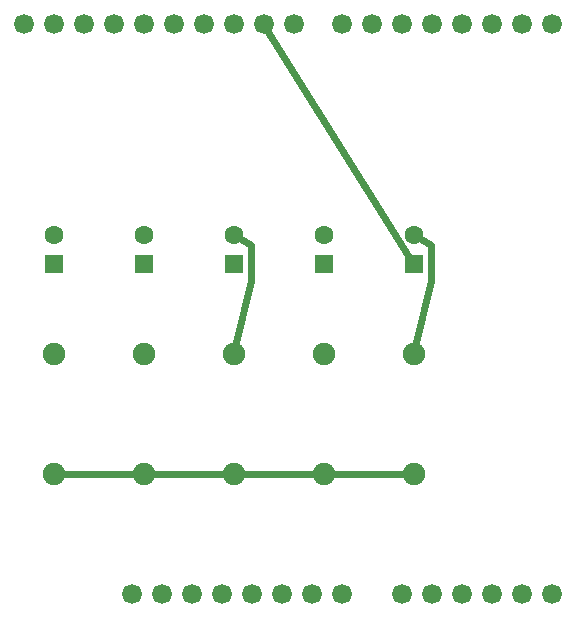
<source format=gbl>
G04 MADE WITH FRITZING*
G04 WWW.FRITZING.ORG*
G04 DOUBLE SIDED*
G04 HOLES PLATED*
G04 CONTOUR ON CENTER OF CONTOUR VECTOR*
%ASAXBY*%
%FSLAX23Y23*%
%MOIN*%
%OFA0B0*%
%SFA1.0B1.0*%
%ADD10C,0.062992*%
%ADD11C,0.075000*%
%ADD12C,0.066194*%
%ADD13C,0.066222*%
%ADD14R,0.062992X0.062992*%
%ADD15C,0.024000*%
%LNCOPPER0*%
G90*
G70*
G54D10*
X2521Y1259D03*
X2521Y1357D03*
X2221Y1259D03*
X2221Y1357D03*
X1921Y1259D03*
X1921Y1357D03*
X1621Y1259D03*
X1621Y1357D03*
X1321Y1259D03*
X1321Y1357D03*
G54D11*
X2521Y959D03*
X2521Y559D03*
X2221Y959D03*
X2221Y559D03*
X1921Y959D03*
X1921Y559D03*
X1621Y959D03*
X1621Y559D03*
X1321Y959D03*
X1321Y559D03*
G54D12*
X2581Y159D03*
X2681Y159D03*
X2781Y159D03*
X2881Y159D03*
X2981Y159D03*
G54D13*
X2121Y2059D03*
X2021Y2059D03*
X1921Y2059D03*
X1821Y2059D03*
X1721Y2059D03*
X1621Y2059D03*
X1521Y2059D03*
X1421Y2059D03*
X1321Y2059D03*
X1221Y2059D03*
X2981Y2059D03*
X2881Y2059D03*
X2781Y2059D03*
X2681Y2059D03*
X2581Y2059D03*
X2481Y2059D03*
X2381Y2059D03*
X2281Y2059D03*
G54D12*
X1681Y159D03*
X1581Y159D03*
X1781Y159D03*
X1881Y159D03*
X1981Y159D03*
X2081Y159D03*
X2181Y159D03*
X2281Y159D03*
X2481Y159D03*
G54D14*
X2521Y1259D03*
X2221Y1259D03*
X1921Y1259D03*
X1621Y1259D03*
X1321Y1259D03*
G54D15*
X1944Y1344D02*
X1980Y1322D01*
D02*
X1980Y1322D02*
X1980Y1202D01*
D02*
X1980Y1202D02*
X1927Y987D01*
D02*
X2544Y1344D02*
X2580Y1322D01*
D02*
X2580Y1322D02*
X2580Y1202D01*
D02*
X2580Y1202D02*
X2527Y987D01*
D02*
X2506Y1282D02*
X2037Y2033D01*
D02*
X1649Y559D02*
X1892Y559D01*
D02*
X1349Y559D02*
X1592Y559D01*
D02*
X2192Y559D02*
X1949Y559D01*
D02*
X2492Y559D02*
X2249Y559D01*
G04 End of Copper0*
M02*
</source>
